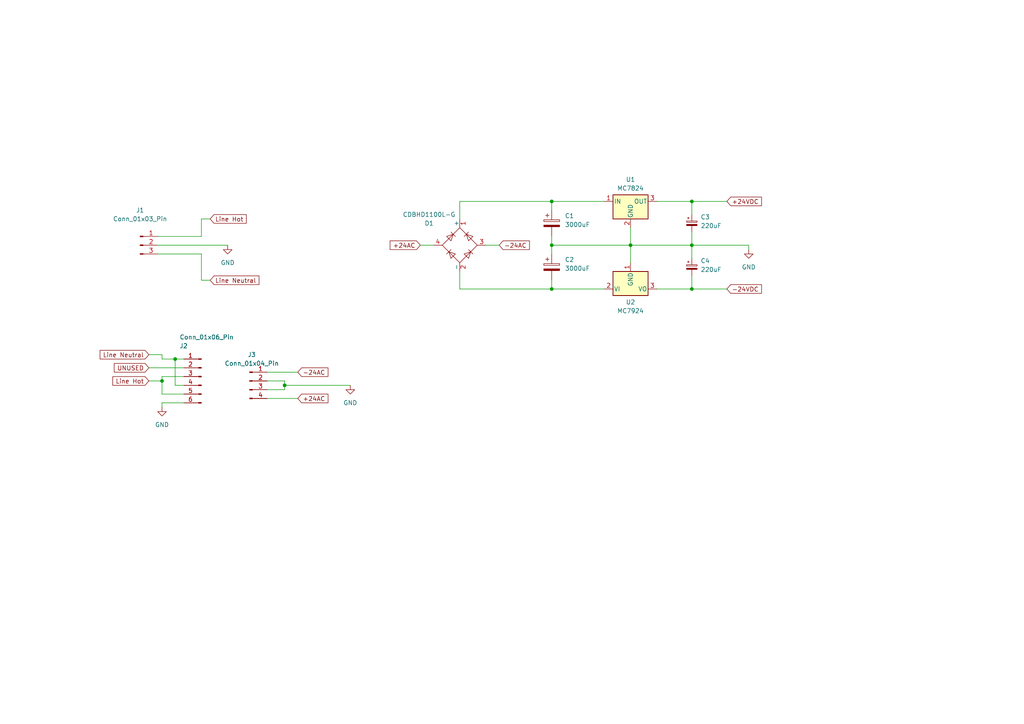
<source format=kicad_sch>
(kicad_sch (version 20230121) (generator eeschema)
  (paper "A4")
  (lib_symbols
    (symbol "Connector:Conn_01x03_Pin" (pin_names (offset 1.016) hide)
      (property "Reference" "J" (at 0 5.08 0))
      (property "Value" "Conn_01x03_Pin" (at 0 -5.08 0))
      (symbol "Conn_01x03_Pin_1_1"
        (polyline (pts (xy 1.27 -2.54) (xy 0.8636 -2.54)) (stroke (width 0.1524)))
        (polyline (pts (xy 1.27 0) (xy 0.8636 0)) (stroke (width 0.1524)))
        (polyline (pts (xy 1.27 2.54) (xy 0.8636 2.54)) (stroke (width 0.1524)))
        (rectangle (start 0.8636 -2.413) (end 0 -2.667) (stroke (width 0.1524)) (fill (type outline)))
        (rectangle (start 0.8636 0.127) (end 0 -0.127) (stroke (width 0.1524)) (fill (type outline)))
        (rectangle (start 0.8636 2.667) (end 0 2.413) (stroke (width 0.1524)) (fill (type outline)))
        (pin passive line (at 5.08 2.54 180) (length 3.81) (name "Pin_1") (number "1"))
        (pin passive line (at 5.08 0 180) (length 3.81) (name "Pin_2") (number "2"))
        (pin passive line (at 5.08 -2.54 180) (length 3.81) (name "Pin_3") (number "3"))
      )
    )
    (symbol "Connector:Conn_01x04_Pin" (pin_names (offset 1.016) hide)
      (property "Reference" "J" (at 0 5.08 0))
      (property "Value" "Conn_01x04_Pin" (at 0 -7.62 0))
      (symbol "Conn_01x04_Pin_1_1"
        (polyline (pts (xy 1.27 -5.08) (xy 0.8636 -5.08)) (stroke (width 0.1524)))
        (polyline (pts (xy 1.27 -2.54) (xy 0.8636 -2.54)) (stroke (width 0.1524)))
        (polyline (pts (xy 1.27 0) (xy 0.8636 0)) (stroke (width 0.1524)))
        (polyline (pts (xy 1.27 2.54) (xy 0.8636 2.54)) (stroke (width 0.1524)))
        (rectangle (start 0.8636 -4.953) (end 0 -5.207) (stroke (width 0.1524)) (fill (type outline)))
        (rectangle (start 0.8636 -2.413) (end 0 -2.667) (stroke (width 0.1524)) (fill (type outline)))
        (rectangle (start 0.8636 0.127) (end 0 -0.127) (stroke (width 0.1524)) (fill (type outline)))
        (rectangle (start 0.8636 2.667) (end 0 2.413) (stroke (width 0.1524)) (fill (type outline)))
        (pin passive line (at 5.08 2.54 180) (length 3.81) (name "Pin_1") (number "1"))
        (pin passive line (at 5.08 0 180) (length 3.81) (name "Pin_2") (number "2"))
        (pin passive line (at 5.08 -2.54 180) (length 3.81) (name "Pin_3") (number "3"))
        (pin passive line (at 5.08 -5.08 180) (length 3.81) (name "Pin_4") (number "4"))
      )
    )
    (symbol "Connector:Conn_01x06_Pin" (pin_names (offset 1.016) hide)
      (property "Reference" "J" (at 0 7.62 0))
      (property "Value" "Conn_01x06_Pin" (at 0 -10.16 0))
      (symbol "Conn_01x06_Pin_1_1"
        (polyline (pts (xy 1.27 -7.62) (xy 0.8636 -7.62)) (stroke (width 0.1524)))
        (polyline (pts (xy 1.27 -5.08) (xy 0.8636 -5.08)) (stroke (width 0.1524)))
        (polyline (pts (xy 1.27 -2.54) (xy 0.8636 -2.54)) (stroke (width 0.1524)))
        (polyline (pts (xy 1.27 0) (xy 0.8636 0)) (stroke (width 0.1524)))
        (polyline (pts (xy 1.27 2.54) (xy 0.8636 2.54)) (stroke (width 0.1524)))
        (polyline (pts (xy 1.27 5.08) (xy 0.8636 5.08)) (stroke (width 0.1524)))
        (rectangle (start 0.8636 -7.493) (end 0 -7.747) (stroke (width 0.1524)) (fill (type outline)))
        (rectangle (start 0.8636 -4.953) (end 0 -5.207) (stroke (width 0.1524)) (fill (type outline)))
        (rectangle (start 0.8636 -2.413) (end 0 -2.667) (stroke (width 0.1524)) (fill (type outline)))
        (rectangle (start 0.8636 0.127) (end 0 -0.127) (stroke (width 0.1524)) (fill (type outline)))
        (rectangle (start 0.8636 2.667) (end 0 2.413) (stroke (width 0.1524)) (fill (type outline)))
        (rectangle (start 0.8636 5.207) (end 0 4.953) (stroke (width 0.1524)) (fill (type outline)))
        (pin passive line (at 5.08 5.08 180) (length 3.81) (name "Pin_1") (number "1"))
        (pin passive line (at 5.08 2.54 180) (length 3.81) (name "Pin_2") (number "2"))
        (pin passive line (at 5.08 0 180) (length 3.81) (name "Pin_3") (number "3"))
        (pin passive line (at 5.08 -2.54 180) (length 3.81) (name "Pin_4") (number "4"))
        (pin passive line (at 5.08 -5.08 180) (length 3.81) (name "Pin_5") (number "5"))
        (pin passive line (at 5.08 -7.62 180) (length 3.81) (name "Pin_6") (number "6"))
      )
    )
    (symbol "Device:C_Polarized" (pin_numbers hide) (pin_names (offset 0.254))
      (property "Reference" "C" (at 0.635 2.54 0))
      (property "Value" "C_Polarized" (at 0.635 -2.54 0))
      (symbol "C_Polarized_0_1"
        (rectangle (start -2.286 0.508) (end 2.286 1.016))
        (polyline (pts (xy -1.778 2.286) (xy -0.762 2.286)))
        (polyline (pts (xy -1.27 2.794) (xy -1.27 1.778)))
        (rectangle (start 2.286 -0.508) (end -2.286 -1.016) (fill (type outline)))
      )
      (symbol "C_Polarized_1_1"
        (pin passive line (at 0 3.81 270) (length 2.794) (name "~") (number "1"))
        (pin passive line (at 0 -3.81 90) (length 2.794) (name "~") (number "2"))
      )
    )
    (symbol "Device:C_Polarized_Small" (pin_numbers hide) (pin_names (offset 0.254) hide)
      (property "Reference" "C" (at 0.254 1.778 0))
      (property "Value" "C_Polarized_Small" (at 0.254 -2.032 0))
      (symbol "C_Polarized_Small_0_1"
        (rectangle (start -1.524 -0.3048) (end 1.524 -0.6858) (fill (type outline)))
        (rectangle (start -1.524 0.6858) (end 1.524 0.3048))
        (polyline (pts (xy -1.27 1.524) (xy -0.762 1.524)))
        (polyline (pts (xy -1.016 1.27) (xy -1.016 1.778)))
      )
      (symbol "C_Polarized_Small_1_1"
        (pin passive line (at 0 2.54 270) (length 1.8542) (name "~") (number "1"))
        (pin passive line (at 0 -2.54 90) (length 1.8542) (name "~") (number "2"))
      )
    )
    (symbol "Diode_Bridge:ABS2" (pin_names (offset 0))
      (property "Reference" "D" (at 2.54 6.985 0))
      (property "Value" "ABS2" (at 2.54 5.08 0))
      (symbol "ABS2_0_1"
        (polyline (pts (xy -2.54 3.81) (xy -1.27 2.54)))
        (polyline (pts (xy -1.27 -2.54) (xy -2.54 -3.81)))
        (polyline (pts (xy 2.54 -1.27) (xy 3.81 -2.54)))
        (polyline (pts (xy 2.54 1.27) (xy 3.81 2.54)))
        (polyline (pts (xy -3.81 2.54) (xy -2.54 1.27) (xy -1.905 3.175) (xy -3.81 2.54)))
        (polyline (pts (xy -2.54 -1.27) (xy -3.81 -2.54) (xy -1.905 -3.175) (xy -2.54 -1.27)))
        (polyline (pts (xy 1.27 2.54) (xy 2.54 3.81) (xy 3.175 1.905) (xy 1.27 2.54)))
        (polyline (pts (xy 3.175 -1.905) (xy 1.27 -2.54) (xy 2.54 -3.81) (xy 3.175 -1.905)))
        (polyline (pts (xy -5.08 0) (xy 0 -5.08) (xy 5.08 0) (xy 0 5.08) (xy -5.08 0)))
      )
      (symbol "ABS2_1_1"
        (pin passive line (at 7.62 0 180) (length 2.54) (name "+") (number "1"))
        (pin passive line (at -7.62 0 0) (length 2.54) (name "-") (number "2"))
        (pin passive line (at 0 -7.62 90) (length 2.54) (name "~") (number "3"))
        (pin passive line (at 0 7.62 270) (length 2.54) (name "~") (number "4"))
      )
    )
    (symbol "Regulator_Linear:L7824" (pin_names (offset 0.254))
      (property "Reference" "U" (at -3.81 3.175 0))
      (property "Value" "L7824" (at 0 3.175 0))
      (symbol "L7824_0_1"
        (rectangle (start -5.08 1.905) (end 5.08 -5.08) (stroke (width 0.254)) (fill (type background)))
      )
      (symbol "L7824_1_1"
        (pin power_in line (at -7.62 0 0) (length 2.54) (name "IN") (number "1"))
        (pin power_in line (at 0 -7.62 90) (length 2.54) (name "GND") (number "2"))
        (pin power_out line (at 7.62 0 180) (length 2.54) (name "OUT") (number "3"))
      )
    )
    (symbol "Regulator_Linear:L7915" (pin_names (offset 0.254))
      (property "Reference" "U" (at -3.81 -3.175 0))
      (property "Value" "L7915" (at 0 -3.175 0))
      (symbol "L7915_0_1"
        (rectangle (start -5.08 5.08) (end 5.08 -1.905) (stroke (width 0.254)) (fill (type background)))
      )
      (symbol "L7915_1_1"
        (pin power_in line (at 0 7.62 270) (length 2.54) (name "GND") (number "1"))
        (pin power_in line (at -7.62 0 0) (length 2.54) (name "VI") (number "2"))
        (pin power_out line (at 7.62 0 180) (length 2.54) (name "VO") (number "3"))
      )
    )
    (symbol "power:GND" (power) (pin_names (offset 0))
      (property "Value" "GND" (at 0 -3.81 0))
      (symbol "GND_0_1"
        (polyline (pts (xy 0 0) (xy 0 -1.27) (xy 1.27 -1.27) (xy 0 -2.54) (xy -1.27 -1.27) (xy 0 -1.27)))
      )
      (symbol "GND_1_1"
        (pin power_in line (at 0 0 270) (length 0) hide (name "GND") (number "1"))
      )
    )
  )
  (junction (at 160.02 71.12))
  (junction (at 182.88 71.12))
  (junction (at 200.66 71.12))
  (junction (at 50.8 104.14))
  (junction (at 200.66 83.82))
  (junction (at 82.55 111.76))
  (junction (at 160.02 58.42))
  (junction (at 46.99 110.49))
  (junction (at 200.66 58.42))
  (junction (at 160.02 83.82))
  (wire (pts (xy 217.17 71.12) (xy 200.66 71.12)))
  (wire (pts (xy 82.55 111.76) (xy 82.55 110.49)))
  (wire (pts (xy 160.02 68.58) (xy 160.02 71.12)))
  (wire (pts (xy 45.72 68.58) (xy 58.42 68.58)))
  (wire (pts (xy 46.99 102.87) (xy 43.18 102.87)))
  (wire (pts (xy 82.55 113.03) (xy 82.55 111.76)))
  (wire (pts (xy 58.42 63.5) (xy 60.96 63.5)))
  (wire (pts (xy 50.8 104.14) (xy 46.99 104.14)))
  (wire (pts (xy 121.92 71.12) (xy 125.73 71.12)))
  (wire (pts (xy 200.66 58.42) (xy 200.66 62.23)))
  (wire (pts (xy 160.02 71.12) (xy 182.88 71.12)))
  (wire (pts (xy 200.66 71.12) (xy 200.66 74.93)))
  (wire (pts (xy 160.02 58.42) (xy 175.26 58.42)))
  (wire (pts (xy 133.35 63.5) (xy 133.35 58.42)))
  (wire (pts (xy 82.55 111.76) (xy 101.6 111.76)))
  (wire (pts (xy 190.5 58.42) (xy 200.66 58.42)))
  (wire (pts (xy 53.34 109.22) (xy 46.99 109.22)))
  (wire (pts (xy 53.34 116.84) (xy 46.99 116.84)))
  (wire (pts (xy 58.42 73.66) (xy 58.42 81.28)))
  (wire (pts (xy 182.88 71.12) (xy 182.88 76.2)))
  (wire (pts (xy 46.99 104.14) (xy 46.99 102.87)))
  (wire (pts (xy 200.66 83.82) (xy 190.5 83.82)))
  (wire (pts (xy 53.34 104.14) (xy 50.8 104.14)))
  (wire (pts (xy 43.18 106.68) (xy 53.34 106.68)))
  (wire (pts (xy 53.34 114.3) (xy 46.99 114.3)))
  (wire (pts (xy 46.99 109.22) (xy 46.99 110.49)))
  (wire (pts (xy 77.47 115.57) (xy 86.36 115.57)))
  (wire (pts (xy 160.02 71.12) (xy 160.02 73.66)))
  (wire (pts (xy 217.17 72.39) (xy 217.17 71.12)))
  (wire (pts (xy 77.47 107.95) (xy 86.36 107.95)))
  (wire (pts (xy 160.02 83.82) (xy 133.35 83.82)))
  (wire (pts (xy 160.02 58.42) (xy 160.02 60.96)))
  (wire (pts (xy 182.88 66.04) (xy 182.88 71.12)))
  (wire (pts (xy 182.88 71.12) (xy 200.66 71.12)))
  (wire (pts (xy 200.66 58.42) (xy 210.82 58.42)))
  (wire (pts (xy 160.02 81.28) (xy 160.02 83.82)))
  (wire (pts (xy 46.99 114.3) (xy 46.99 110.49)))
  (wire (pts (xy 53.34 111.76) (xy 50.8 111.76)))
  (wire (pts (xy 200.66 83.82) (xy 210.82 83.82)))
  (wire (pts (xy 58.42 68.58) (xy 58.42 63.5)))
  (wire (pts (xy 45.72 71.12) (xy 66.04 71.12)))
  (wire (pts (xy 175.26 83.82) (xy 160.02 83.82)))
  (wire (pts (xy 133.35 83.82) (xy 133.35 78.74)))
  (wire (pts (xy 43.18 110.49) (xy 46.99 110.49)))
  (wire (pts (xy 200.66 80.01) (xy 200.66 83.82)))
  (wire (pts (xy 50.8 111.76) (xy 50.8 104.14)))
  (wire (pts (xy 82.55 110.49) (xy 77.47 110.49)))
  (wire (pts (xy 58.42 81.28) (xy 60.96 81.28)))
  (wire (pts (xy 45.72 73.66) (xy 58.42 73.66)))
  (wire (pts (xy 133.35 58.42) (xy 160.02 58.42)))
  (wire (pts (xy 46.99 116.84) (xy 46.99 118.11)))
  (wire (pts (xy 200.66 67.31) (xy 200.66 71.12)))
  (wire (pts (xy 77.47 113.03) (xy 82.55 113.03)))
  (wire (pts (xy 140.97 71.12) (xy 144.78 71.12)))
  (global_label "-24VDC" (shape input) (at 210.82 83.82 0) (property "Intersheetrefs" "${INTERSHEET_REFS}" (effects hide)))
  (global_label "Line Neutral" (shape input) (at 43.18 102.87 180) (property "Intersheetrefs" "${INTERSHEET_REFS}" (effects hide)))
  (global_label "+24VDC" (shape input) (at 210.82 58.42 0) (property "Intersheetrefs" "${INTERSHEET_REFS}" (effects hide)))
  (global_label "Line Neutral" (shape input) (at 60.96 81.28 0) (property "Intersheetrefs" "${INTERSHEET_REFS}" (effects hide)))
  (global_label "-24AC" (shape input) (at 86.36 107.95 0) (property "Intersheetrefs" "${INTERSHEET_REFS}" (effects hide)))
  (global_label "UNUSED" (shape input) (at 43.18 106.68 180) (property "Intersheetrefs" "${INTERSHEET_REFS}" (effects hide)))
  (global_label "+24AC" (shape input) (at 121.92 71.12 180) (property "Intersheetrefs" "${INTERSHEET_REFS}" (effects hide)))
  (global_label "Line Hot" (shape input) (at 60.96 63.5 0) (property "Intersheetrefs" "${INTERSHEET_REFS}" (effects hide)))
  (global_label "Line Hot" (shape input) (at 43.18 110.49 180) (property "Intersheetrefs" "${INTERSHEET_REFS}" (effects hide)))
  (global_label "+24AC" (shape input) (at 86.36 115.57 0) (property "Intersheetrefs" "${INTERSHEET_REFS}" (effects hide)))
  (global_label "-24AC" (shape input) (at 144.78 71.12 0) (property "Intersheetrefs" "${INTERSHEET_REFS}" (effects hide)))
  (symbol (lib_id "Device:C_Polarized") (at 160.02 64.77 0) (unit 1)
    (property "Reference" "C1" (at 163.83 62.611 0) (effects (justify left)))
    (property "Value" "3000uF" (at 163.83 65.151 0) (effects (justify left)))
    (property "Footprint" "Capacitor_SMD:CP_Elec_18x22" (effects hide))
    (property "Datasheet" "https://industrial.panasonic.com/cdbs/www-data/pdf/RDE0000/ABA0000C1247.pdf" (effects hide))
    (property "DIGIKEY PARTNO" "P122523CT-ND" (effects hide))
    (property "MPN" "EEE-FK1V302SV" (effects hide))
  )
  (symbol (lib_id "power:GND") (at 66.04 71.12 0) (unit 1)
    (property "Reference" "#PWR01" (effects hide))
    (property "Value" "GND" (at 66.04 76.2 0))
  )
  (symbol (lib_id "power:GND") (at 101.6 111.76 0) (unit 1)
    (property "Reference" "#PWR02" (effects hide))
    (property "Value" "GND" (at 101.6 116.84 0))
  )
  (symbol (lib_id "Connector:Conn_01x04_Pin") (at 72.39 110.49 0) (unit 1)
    (property "Reference" "J3" (at 73.025 102.87 0))
    (property "Value" "Conn_01x04_Pin" (at 73.025 105.41 0))
  )
  (symbol (lib_id "Device:C_Polarized") (at 160.02 77.47 0) (unit 1)
    (property "Reference" "C2" (at 163.83 75.311 0) (effects (justify left)))
    (property "Value" "3000uF" (at 163.83 77.851 0) (effects (justify left)))
    (property "Footprint" "Capacitor_SMD:CP_Elec_18x22" (effects hide))
    (property "Datasheet" "https://industrial.panasonic.com/cdbs/www-data/pdf/RDE0000/ABA0000C1247.pdf" (effects hide))
    (property "DIGIKEY PARTNO" "P122523CT-ND" (effects hide))
    (property "MPN" "EEE-FK1V302SV" (effects hide))
  )
  (symbol (lib_id "Connector:Conn_01x03_Pin") (at 40.64 71.12 0) (unit 1)
    (property "Reference" "J1" (at 40.64 60.96 0))
    (property "Value" "Conn_01x03_Pin" (at 40.64 63.5 0))
    (property "Footprint" "Connector_THT:CONN_1985205" (effects hide))
  )
  (symbol (lib_id "Regulator_Linear:L7915") (at 182.88 83.82 0) (unit 1)
    (property "Reference" "U2" (at 182.88 87.63 0))
    (property "Value" "MC7924" (at 182.88 90.17 0))
    (property "Footprint" "Package_TO_SOT_SMD:TO-263-2" (effects hide))
    (property "Datasheet" "http://www.st.com/content/ccc/resource/technical/document/datasheet/c9/16/86/41/c7/2b/45/f2/CD00000450.pdf/files/CD00000450.pdf/jcr:content/translations/en.CD00000450.pdf" (effects hide))
    (property "DIGIKEY PARTNO" "MC7924CD2TG-ND" (effects hide))
    (property "MPN" "MC7924CD2TG" (effects hide))
  )
  (symbol (lib_id "Diode_Bridge:ABS2") (at 133.35 71.12 90) (unit 1)
    (property "Reference" "D1" (at 124.46 64.77 90))
    (property "Value" "CDBHD1100L-G" (at 124.46 62.23 90))
    (property "Footprint" "Package_TO_SOT_SMD:TO-269AA" (effects hide))
    (property "Datasheet" "https://diotec.com/tl_files/diotec/files/pdf/datasheets/abs2.pdf" (effects hide))
    (property "DIGIKEY PARTNO" "641-1209-1-ND" (effects hide))
    (property "MPN" "CDBHD1100L-G" (effects hide))
  )
  (symbol (lib_id "power:GND") (at 217.17 72.39 0) (unit 1)
    (property "Reference" "#PWR04" (effects hide))
    (property "Value" "GND" (at 217.17 77.47 0))
  )
  (symbol (lib_id "Device:C_Polarized_Small") (at 200.66 64.77 0) (unit 1)
    (property "Reference" "C3" (at 203.2 62.9539 0) (effects (justify left)))
    (property "Value" "220uF" (at 203.2 65.4939 0) (effects (justify left)))
    (property "Footprint" "Capacitor_SMD:CP_Elec_10x10.5" (effects hide))
    (property "Datasheet" "https://api.pim.na.industrial.panasonic.com/file_stream/main/fileversion/9149" (effects hide))
    (property "DIGIKEY PARTNO" "PCE3812CT-ND" (effects hide))
    (property "MPN" "EEE-FK1H221P" (effects hide))
  )
  (symbol (lib_id "Connector:Conn_01x06_Pin") (at 58.42 109.22 0) (mirror y) (unit 1)
    (property "Reference" "J2" (at 52.07 100.33 0) (effects (justify right)))
    (property "Value" "Conn_01x06_Pin" (at 52.07 97.79 0) (effects (justify right)))
  )
  (symbol (lib_id "Device:C_Polarized_Small") (at 200.66 77.47 0) (unit 1)
    (property "Reference" "C4" (at 203.2 75.6539 0) (effects (justify left)))
    (property "Value" "220uF" (at 203.2 78.1939 0) (effects (justify left)))
    (property "Footprint" "Capacitor_SMD:CP_Elec_10x10.5" (effects hide))
    (property "Datasheet" "https://api.pim.na.industrial.panasonic.com/file_stream/main/fileversion/9149" (effects hide))
    (property "DIGIKEY PARTNO" "PCE3812CT-ND" (effects hide))
    (property "MPN" "EEE-FK1H221P" (effects hide))
  )
  (symbol (lib_id "Regulator_Linear:L7824") (at 182.88 58.42 0) (unit 1)
    (property "Reference" "U1" (at 182.88 52.07 0))
    (property "Value" "MC7824" (at 182.88 54.61 0))
    (property "Footprint" "Package_TO_SOT_SMD:TO-263-2" (effects hide))
    (property "Datasheet" "https://www.onsemi.com/pdf/datasheet/mc7800-d.pdf" (effects hide))
    (property "DIGIKEY PARTNO" "MC7824CD2TR4GOSCT-ND" (effects hide))
    (property "MPN" "MC7824CD2TR4G" (effects hide))
  )
  (symbol (lib_id "power:GND") (at 46.99 118.11 0) (unit 1)
    (property "Reference" "#PWR03" (effects hide))
    (property "Value" "GND" (at 46.99 123.19 0))
  )
)
</source>
